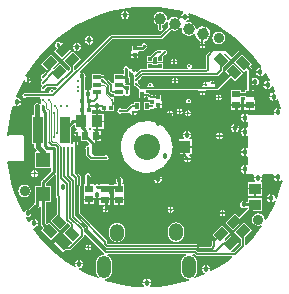
<source format=gbl>
G04 Layer_Physical_Order=4*
G04 Layer_Color=16711680*
%FSLAX25Y25*%
%MOIN*%
G70*
G01*
G75*
%ADD12R,0.01260X0.01260*%
%ADD13R,0.01260X0.01260*%
%ADD14R,0.02520X0.02362*%
%ADD15R,0.02362X0.02520*%
%ADD16R,0.01181X0.01378*%
%ADD17R,0.01378X0.01181*%
%ADD43C,0.01000*%
%ADD44C,0.00400*%
%ADD46C,0.00500*%
%ADD47C,0.00800*%
%ADD48C,0.00700*%
%ADD49C,0.00600*%
%ADD51C,0.03598*%
%ADD52O,0.04921X0.05906*%
%ADD53O,0.04823X0.07480*%
%ADD54C,0.01000*%
%ADD55C,0.01300*%
%ADD56C,0.01800*%
%ADD57C,0.02800*%
%ADD58C,0.02600*%
%ADD59R,0.03543X0.03937*%
G04:AMPARAMS|DCode=60|XSize=39.37mil|YSize=31.5mil|CornerRadius=0mil|HoleSize=0mil|Usage=FLASHONLY|Rotation=315.000|XOffset=0mil|YOffset=0mil|HoleType=Round|Shape=Rectangle|*
%AMROTATEDRECTD60*
4,1,4,-0.02506,0.00278,-0.00278,0.02506,0.02506,-0.00278,0.00278,-0.02506,-0.02506,0.00278,0.0*
%
%ADD60ROTATEDRECTD60*%

G04:AMPARAMS|DCode=61|XSize=39.37mil|YSize=31.5mil|CornerRadius=0mil|HoleSize=0mil|Usage=FLASHONLY|Rotation=45.000|XOffset=0mil|YOffset=0mil|HoleType=Round|Shape=Rectangle|*
%AMROTATEDRECTD61*
4,1,4,-0.00278,-0.02506,-0.02506,-0.00278,0.00278,0.02506,0.02506,0.00278,-0.00278,-0.02506,0.0*
%
%ADD61ROTATEDRECTD61*%

%ADD62R,0.03937X0.03543*%
%ADD63R,0.04000X0.04000*%
%ADD64C,0.08700*%
%ADD65R,0.03347X0.09055*%
%ADD66R,0.02598X0.01575*%
%ADD67R,0.04724X0.04921*%
%ADD68R,0.01575X0.01969*%
%ADD69R,0.01417X0.01969*%
%ADD70C,0.03937*%
%ADD71C,0.01500*%
G36*
X4074Y46564D02*
X8117Y46032D01*
X12098Y45149D01*
X12159Y45130D01*
X12154Y44677D01*
X12142Y44611D01*
X11691Y44309D01*
X11381Y43846D01*
X11322Y43550D01*
X14078D01*
X14019Y43846D01*
X13872Y44065D01*
X14191Y44489D01*
X15987Y43923D01*
X19754Y42362D01*
X23371Y40479D01*
X26810Y38289D01*
X30045Y35806D01*
X33051Y33051D01*
X35806Y30045D01*
X38289Y26810D01*
X38325Y26753D01*
X38150Y26497D01*
Y24900D01*
Y23522D01*
X38446Y23581D01*
X38909Y23891D01*
X39219Y24354D01*
X39229Y24404D01*
X39758Y24503D01*
X40479Y23371D01*
X40999Y22372D01*
X40652Y21958D01*
X40550Y21978D01*
Y20600D01*
Y19222D01*
X40846Y19281D01*
X41309Y19591D01*
X41619Y20054D01*
X41625Y20087D01*
X42150Y20162D01*
X42362Y19754D01*
X42827Y18632D01*
X42550Y18295D01*
Y16800D01*
Y15422D01*
X42846Y15481D01*
X43309Y15791D01*
X43404Y15933D01*
X43658Y15959D01*
X43961Y15866D01*
X44835Y13093D01*
X44411Y12776D01*
X44346Y12819D01*
X44050Y12878D01*
Y11500D01*
X43800D01*
Y11250D01*
X42422D01*
X42472Y11000D01*
X42452Y10870D01*
X42254Y10500D01*
X34016Y10500D01*
X33809Y10809D01*
X33346Y11119D01*
X33050Y11178D01*
Y9800D01*
Y8422D01*
X33289Y8470D01*
X33450Y8428D01*
X33789Y8247D01*
Y6653D01*
X33450Y6472D01*
X33289Y6430D01*
X33050Y6478D01*
Y5100D01*
Y3722D01*
X33289Y3770D01*
X33450Y3728D01*
X33789Y3547D01*
Y-147D01*
X33450Y-328D01*
X33289Y-370D01*
X33050Y-322D01*
Y-1700D01*
Y-3078D01*
X33289Y-3030D01*
X33450Y-3072D01*
X33789Y-3253D01*
Y-5947D01*
X33450Y-6128D01*
X33289Y-6170D01*
X33050Y-6122D01*
Y-7500D01*
Y-8878D01*
X33289Y-8830D01*
X33450Y-8872D01*
X33789Y-9053D01*
Y-9185D01*
X35493D01*
X35774Y-9643D01*
X35775Y-9685D01*
X35722Y-9950D01*
X38478D01*
X38425Y-9685D01*
X38425Y-9643D01*
X38707Y-9185D01*
X42172Y-9185D01*
X42455Y-9685D01*
X42422Y-9850D01*
X43800D01*
Y-10100D01*
X44050D01*
Y-11478D01*
X44346Y-11419D01*
X44809Y-11109D01*
X44879Y-11005D01*
X45347Y-11205D01*
X45149Y-12098D01*
X43923Y-15987D01*
X43376Y-17306D01*
X42896Y-17160D01*
X42927Y-17000D01*
X42819Y-16454D01*
X42509Y-15991D01*
X42046Y-15681D01*
X41750Y-15622D01*
Y-17000D01*
Y-18378D01*
X42046Y-18319D01*
X42509Y-18009D01*
X42600Y-17874D01*
X43043Y-18111D01*
X42362Y-19754D01*
X40479Y-23371D01*
X39804Y-24431D01*
X39332Y-24241D01*
X39340Y-24200D01*
X39177Y-23381D01*
X38713Y-22686D01*
X38019Y-22223D01*
X37200Y-22060D01*
X36381Y-22223D01*
X35686Y-22686D01*
X35223Y-23381D01*
X35060Y-24200D01*
X35223Y-25019D01*
X35686Y-25714D01*
X36381Y-26177D01*
X37200Y-26340D01*
X38019Y-26177D01*
X38158Y-26085D01*
X38523Y-26442D01*
X38289Y-26810D01*
X35806Y-30045D01*
X33312Y-32767D01*
X32812Y-32573D01*
Y-29988D01*
X35092Y-27708D01*
X32441Y-25057D01*
X29233Y-28265D01*
X31513Y-30545D01*
Y-32669D01*
X29131Y-35051D01*
X28403D01*
X28212Y-34589D01*
X30916Y-31884D01*
X28265Y-29232D01*
X26286Y-31211D01*
X26191Y-31192D01*
X26026Y-30650D01*
X27854Y-28822D01*
X25203Y-26170D01*
X21994Y-29379D01*
X22861Y-30245D01*
X22141Y-30965D01*
X21951Y-31424D01*
Y-32731D01*
X21431Y-33251D01*
X17869D01*
X17159Y-32541D01*
X16700Y-32351D01*
X-9744D01*
X-9776Y-31851D01*
X-9122Y-31764D01*
X-8450Y-31486D01*
X-7874Y-31044D01*
X-7431Y-30467D01*
X-7153Y-29796D01*
X-7058Y-29075D01*
Y-28091D01*
X-7153Y-27370D01*
X-7431Y-26698D01*
X-7874Y-26122D01*
X-8450Y-25679D01*
X-9122Y-25401D01*
X-9843Y-25306D01*
X-10563Y-25401D01*
X-11235Y-25679D01*
X-11811Y-26122D01*
X-12254Y-26698D01*
X-12532Y-27370D01*
X-12627Y-28091D01*
Y-29075D01*
X-12532Y-29796D01*
X-12254Y-30467D01*
X-11811Y-31044D01*
X-11235Y-31486D01*
X-10563Y-31764D01*
X-9909Y-31851D01*
X-9941Y-32351D01*
X-12885D01*
X-13078Y-32158D01*
Y-31554D01*
X-13268Y-31095D01*
X-22151Y-22213D01*
Y-13067D01*
X-22026Y-12767D01*
Y-9879D01*
X-22217Y-9420D01*
X-23051Y-8585D01*
Y732D01*
X-22946Y888D01*
X-22884Y1200D01*
X-22946Y1512D01*
X-23123Y1777D01*
X-23388Y1954D01*
X-23700Y2016D01*
X-24012Y1954D01*
X-24277Y1777D01*
X-24454Y1512D01*
X-24516Y1200D01*
X-24515Y1195D01*
X-24911Y806D01*
X-24912Y806D01*
X-25197Y913D01*
X-25299Y1066D01*
Y6620D01*
X-24329Y7590D01*
X-23829Y7456D01*
Y6231D01*
X-23396D01*
X-23347Y5731D01*
X-23590Y5683D01*
X-23970Y5429D01*
X-24224Y5049D01*
X-24264Y4850D01*
X-23141D01*
Y4600D01*
X-22891D01*
Y3477D01*
X-22692Y3517D01*
X-22392Y3717D01*
X-22089Y3627D01*
X-21892Y3499D01*
Y2040D01*
X-20005D01*
X-19129Y1165D01*
X-19154Y895D01*
X-19600Y516D01*
X-19912Y454D01*
X-20177Y277D01*
X-20354Y12D01*
X-20416Y-300D01*
X-20354Y-612D01*
X-20195Y-849D01*
Y-2600D01*
X-20021Y-3021D01*
X-19021Y-4021D01*
X-18600Y-4195D01*
X-14049D01*
X-13812Y-4354D01*
X-13500Y-4416D01*
X-13188Y-4354D01*
X-12923Y-4177D01*
X-12746Y-3912D01*
X-12684Y-3600D01*
X-12746Y-3288D01*
X-12923Y-3023D01*
X-13188Y-2846D01*
X-13500Y-2784D01*
X-13812Y-2846D01*
X-14049Y-3005D01*
X-17376D01*
X-17528Y-2505D01*
X-17448Y-2452D01*
X-17272Y-2187D01*
X-17210Y-1875D01*
Y1214D01*
X-17210Y1214D01*
X-17235Y1340D01*
X-17039Y1657D01*
Y3600D01*
Y5360D01*
X-17437D01*
X-17729Y5860D01*
X-17632Y6032D01*
X-16692D01*
Y8500D01*
Y10968D01*
X-17793D01*
X-18168Y11270D01*
X-18168Y11468D01*
Y12277D01*
X-17872Y12415D01*
X-17668Y12463D01*
X-17246Y12181D01*
X-16950Y12122D01*
Y13500D01*
X-16450D01*
Y12122D01*
X-16154Y12181D01*
X-15691Y12491D01*
X-15672Y12519D01*
X-15172Y12367D01*
Y11911D01*
X-14331D01*
Y13100D01*
X-13831D01*
Y11911D01*
X-13027D01*
X-12991Y11911D01*
X-12573Y12111D01*
X-12490Y12111D01*
X-10828D01*
Y14089D01*
X-11159D01*
Y15019D01*
X-11015Y15115D01*
X-10805Y15429D01*
X-10731Y15800D01*
X-10805Y16171D01*
X-11015Y16485D01*
X-11329Y16695D01*
X-11700Y16769D01*
X-11869Y16735D01*
X-13159Y18024D01*
Y20100D01*
X-13159Y20100D01*
X-13317Y20483D01*
X-13317Y20483D01*
X-13917Y21083D01*
X-14300Y21241D01*
X-14300Y21241D01*
X-14689D01*
X-14968Y21521D01*
X-15043Y21741D01*
Y22172D01*
X-15043Y22287D01*
Y22511D01*
X-14543Y22601D01*
X-12395Y20453D01*
Y18600D01*
X-12221Y18179D01*
X-11762Y17720D01*
X-11341Y17546D01*
X-10958D01*
Y17053D01*
X-7759D01*
Y17216D01*
X-7668Y17287D01*
X-7085Y17315D01*
X-6771Y17105D01*
X-6400Y17031D01*
X-6029Y17105D01*
X-5715Y17315D01*
X-5505Y17629D01*
X-5431Y18000D01*
X-5497Y18328D01*
X-5493Y18362D01*
X-5411Y18828D01*
X-5411D01*
Y20609D01*
X-6989D01*
X-7037Y20691D01*
X-6752Y21191D01*
X-5411D01*
Y22972D01*
X-5599D01*
X-5646Y23212D01*
X-5823Y23477D01*
X-5943Y23597D01*
Y25149D01*
X-5443Y25198D01*
X-5442Y25191D01*
X-5221Y24860D01*
X-4890Y24639D01*
X-4548Y24571D01*
X-4382Y24345D01*
X-4254Y24112D01*
X-4316Y23800D01*
X-4254Y23488D01*
X-4241Y23469D01*
X-4118Y23100D01*
X-4241Y22731D01*
X-4254Y22712D01*
X-4316Y22400D01*
X-4254Y22088D01*
X-4077Y21823D01*
Y21577D01*
X-4254Y21312D01*
X-4316Y21000D01*
X-4254Y20688D01*
X-4077Y20423D01*
X-3812Y20246D01*
X-3533Y20191D01*
X-2592Y19251D01*
X-2587Y18753D01*
X-2587Y18607D01*
Y16184D01*
X-413D01*
Y16794D01*
X87Y16833D01*
X409Y16481D01*
X483Y16110D01*
X693Y15796D01*
X1007Y15586D01*
X1378Y15513D01*
X1749Y15586D01*
X1963Y15729D01*
X2443Y15678D01*
X2546Y15646D01*
X2696Y15386D01*
X2611Y15210D01*
X2611Y15173D01*
Y14588D01*
X2459Y14461D01*
X2111Y14274D01*
X1900Y14316D01*
X1588Y14254D01*
X1584Y14251D01*
X1084Y14487D01*
Y14816D01*
X-934D01*
Y12247D01*
X1084D01*
Y12482D01*
X1584Y12749D01*
X1588Y12746D01*
X1900Y12684D01*
X2212Y12746D01*
X2477Y12923D01*
X2489Y12942D01*
X2611Y13028D01*
X3550D01*
Y14119D01*
X3800D01*
Y14369D01*
X4989D01*
Y15173D01*
X4989Y15210D01*
X4789Y15627D01*
X4789Y15710D01*
Y17372D01*
X2811D01*
Y17076D01*
X2123D01*
X2063Y17166D01*
X1749Y17376D01*
X1378Y17450D01*
X1306Y17436D01*
X852Y17889D01*
X432Y18064D01*
X-59D01*
X-277Y18282D01*
X-197Y18828D01*
X25Y18905D01*
X17246D01*
X17498Y18550D01*
X19702D01*
X19954Y18905D01*
X23500D01*
X23921Y19079D01*
X28108Y23266D01*
X29379Y21994D01*
X32030Y24646D01*
X28822Y27854D01*
X26170Y25203D01*
X27266Y24107D01*
X23260Y20102D01*
X22777Y20151D01*
X22651Y20497D01*
X22632Y20595D01*
X22842Y20910D01*
X22870Y21050D01*
X21900D01*
Y21300D01*
X21650D01*
Y22270D01*
X21510Y22242D01*
X21179Y22021D01*
X20958Y21690D01*
X20947Y21634D01*
X20421Y21521D01*
X20090Y21742D01*
X19950Y21770D01*
Y20800D01*
X19700D01*
Y20550D01*
X18693D01*
X18413Y20095D01*
X2472D01*
X2091Y20576D01*
X2029Y20888D01*
X1852Y21152D01*
X1588Y21329D01*
X1276Y21391D01*
X963Y21329D01*
X699Y21152D01*
X522Y20888D01*
X460Y20576D01*
X79Y20095D01*
X-1753D01*
X-2691Y21033D01*
X-2746Y21312D01*
X-2923Y21577D01*
Y21823D01*
X-2746Y22088D01*
X-2703Y22305D01*
X-2644Y22329D01*
X-2029Y22944D01*
X-1969Y23089D01*
X-1429Y23629D01*
X23424D01*
X23845Y23803D01*
X25345Y25303D01*
X25520Y25724D01*
Y26487D01*
X27854Y28822D01*
X25934Y30742D01*
X26098Y31284D01*
X26194Y31304D01*
X28265Y29233D01*
X30916Y31884D01*
X27708Y35092D01*
X25374Y32758D01*
X22162D01*
X21741Y32583D01*
X19979Y30821D01*
X19805Y30400D01*
Y26047D01*
X19653Y25895D01*
X15138D01*
X15031Y26046D01*
X14917Y26395D01*
X15028Y26563D01*
X15090Y26875D01*
X15028Y27187D01*
X14852Y27452D01*
X14587Y27628D01*
X14275Y27691D01*
X13963Y27628D01*
X13698Y27452D01*
X13521Y27187D01*
X13459Y26875D01*
X13521Y26563D01*
X13633Y26395D01*
X13519Y26046D01*
X13411Y25895D01*
X5834D01*
X5389Y26028D01*
X5389Y26395D01*
Y27809D01*
X3411D01*
Y27753D01*
X2089D01*
Y27828D01*
X111D01*
X111Y26047D01*
X-326Y25895D01*
X-2000D01*
X-2421Y25721D01*
X-3106Y25036D01*
X-3533Y25316D01*
X-3530Y25331D01*
X-4500D01*
Y25581D01*
X-4750D01*
Y26551D01*
X-4890Y26523D01*
X-5221Y26302D01*
X-5359Y26095D01*
X-5377Y26095D01*
X-5859Y26241D01*
X-5905Y26471D01*
X-6115Y26785D01*
X-6429Y26995D01*
X-6800Y27069D01*
X-7171Y26995D01*
X-7485Y26785D01*
X-7695Y26471D01*
X-7769Y26100D01*
X-7695Y25729D01*
X-7575Y25550D01*
Y24770D01*
X-7759Y24346D01*
X-10958D01*
Y22287D01*
X-10958Y22172D01*
Y21787D01*
X-10958Y21672D01*
Y21353D01*
X-11087Y21282D01*
X-11457Y21199D01*
X-13938Y23680D01*
X-14359Y23854D01*
X-15043D01*
Y24346D01*
X-18241D01*
Y22287D01*
X-18241Y22172D01*
Y21787D01*
X-18241Y21672D01*
Y19846D01*
X-18441Y19428D01*
X-18441Y19177D01*
X-18941Y18910D01*
X-18954Y18919D01*
X-19250Y18978D01*
Y17600D01*
X-19750D01*
Y18978D01*
X-20046Y18919D01*
X-20189Y18823D01*
X-20689Y19091D01*
Y22597D01*
X-20640Y22630D01*
X-20374Y23027D01*
X-20281Y23495D01*
X-20374Y23964D01*
X-20640Y24360D01*
X-21036Y24626D01*
X-21505Y24719D01*
X-21954Y24629D01*
X-21991Y24653D01*
X-22249Y25042D01*
X-11404Y35886D01*
X4860D01*
X5133Y35941D01*
X5365Y36095D01*
X8292Y39022D01*
X8524Y38882D01*
X9416Y38744D01*
X10293Y38959D01*
X11020Y39492D01*
X11308Y39967D01*
X11787Y39792D01*
X11703Y39244D01*
X11917Y38368D01*
X12451Y37640D01*
X13223Y37172D01*
X14114Y37034D01*
X14991Y37249D01*
X15719Y37782D01*
X15735Y37810D01*
X16215Y37635D01*
X16197Y37525D01*
X16431Y36571D01*
X17012Y35779D01*
X17851Y35270D01*
X17932Y35257D01*
X18048Y34734D01*
X17879Y34621D01*
X17658Y34290D01*
X17630Y34150D01*
X19570D01*
X19542Y34290D01*
X19321Y34621D01*
X19204Y34699D01*
X19299Y35237D01*
X19776Y35354D01*
X20568Y35934D01*
X20945Y36556D01*
X18627Y37400D01*
X18712Y37635D01*
X18477Y37720D01*
X19321Y40039D01*
X18602Y40149D01*
X17648Y39916D01*
X16856Y39335D01*
X16798Y39240D01*
X16319Y39414D01*
X16324Y39446D01*
X16110Y40322D01*
X15576Y41050D01*
X14805Y41518D01*
X13913Y41656D01*
X13404Y41531D01*
X13246Y41981D01*
X13709Y42291D01*
X14019Y42754D01*
X14078Y43050D01*
X11322D01*
X11336Y42981D01*
X10912Y42777D01*
X10869Y42766D01*
X10106Y43229D01*
X9214Y43366D01*
X8338Y43151D01*
X7610Y42618D01*
X7322Y42143D01*
X6843Y42318D01*
X6927Y42866D01*
X6713Y43743D01*
X6179Y44470D01*
X5408Y44939D01*
X4516Y45076D01*
X3639Y44861D01*
X2911Y44328D01*
X2443Y43556D01*
X2306Y42664D01*
X2520Y41788D01*
X3054Y41060D01*
X3825Y40592D01*
X3951Y40573D01*
Y39868D01*
X3846Y39712D01*
X3784Y39400D01*
X3846Y39088D01*
X4023Y38823D01*
X4288Y38646D01*
X4600Y38584D01*
X4912Y38646D01*
X5177Y38823D01*
X5354Y39088D01*
X5416Y39400D01*
X5354Y39712D01*
X5249Y39868D01*
Y40585D01*
X5594Y40669D01*
X6322Y41203D01*
X6610Y41677D01*
X7089Y41502D01*
X7004Y40954D01*
X7219Y40078D01*
X7265Y40014D01*
X4564Y37314D01*
X-11700D01*
X-11973Y37259D01*
X-12205Y37105D01*
X-23775Y25535D01*
X-24275Y25742D01*
Y27098D01*
X-21994Y29379D01*
X-24646Y32030D01*
X-27854Y28822D01*
X-25574Y26542D01*
Y25864D01*
X-25996Y25458D01*
X-26447Y25479D01*
X-28822Y27854D01*
X-30856Y25820D01*
X-30968Y25823D01*
X-31170Y26328D01*
X-29233Y28265D01*
X-31884Y30916D01*
X-35092Y27708D01*
X-33100Y25716D01*
X-34585Y24230D01*
X-34865Y24175D01*
X-35129Y23998D01*
X-35306Y23733D01*
X-35368Y23421D01*
X-35306Y23109D01*
X-35129Y22844D01*
X-34921Y22705D01*
X-34891Y22437D01*
X-34921Y22169D01*
X-35129Y22029D01*
X-35306Y21765D01*
X-35368Y21453D01*
X-35306Y21141D01*
X-35129Y20876D01*
X-34924Y20739D01*
X-34920Y20731D01*
X-34891Y20469D01*
X-34921Y20200D01*
X-35129Y20061D01*
X-35306Y19796D01*
X-35368Y19484D01*
X-35306Y19172D01*
X-35129Y18907D01*
X-34865Y18731D01*
X-34553Y18669D01*
X-34241Y18731D01*
X-33976Y18907D01*
X-33799Y19172D01*
X-33763Y19356D01*
X-33268Y19851D01*
X-30166D01*
X-29959Y19351D01*
X-30396Y18914D01*
X-30990Y19027D01*
X-31023Y19077D01*
X-31288Y19254D01*
X-31600Y19316D01*
X-31912Y19254D01*
X-32177Y19077D01*
X-32354Y18812D01*
X-32416Y18500D01*
X-32399Y18414D01*
X-32693Y17965D01*
X-32770Y17914D01*
X-40228D01*
X-40288Y17954D01*
X-40600Y18016D01*
X-40912Y17954D01*
X-41177Y17777D01*
X-41354Y17512D01*
X-41416Y17200D01*
X-41354Y16888D01*
X-41177Y16623D01*
X-40912Y16446D01*
X-40600Y16384D01*
X-40288Y16446D01*
X-40228Y16486D01*
X-35443D01*
X-35399Y16435D01*
X-35222Y15986D01*
X-35306Y15859D01*
X-35368Y15547D01*
X-35306Y15235D01*
X-35129Y14970D01*
X-35120Y14964D01*
X-35093Y14394D01*
X-35230Y14290D01*
X-35764Y14336D01*
X-36112Y14568D01*
X-36521Y14649D01*
X-36931Y14568D01*
X-37278Y14336D01*
X-37510Y13988D01*
X-37592Y13579D01*
Y10628D01*
X-38301D01*
Y972D01*
X-37398D01*
Y128D01*
X-37317Y-282D01*
X-37085Y-630D01*
X-36645Y-1069D01*
X-36837Y-1531D01*
X-37162D01*
Y-7052D01*
X-31838D01*
X-31716Y-7501D01*
Y-7862D01*
X-35077Y-11223D01*
X-35254Y-11488D01*
X-35316Y-11800D01*
X-35316Y-11800D01*
Y-12948D01*
X-37162D01*
Y-17260D01*
X-37254Y-17397D01*
X-37316Y-17709D01*
Y-18827D01*
X-37412Y-18846D01*
X-37677Y-19023D01*
X-37677Y-19023D01*
X-39542Y-20888D01*
X-39600Y-20877D01*
X-40068Y-20970D01*
X-40465Y-21235D01*
X-40730Y-21632D01*
X-40756Y-21758D01*
X-41280Y-21833D01*
X-42362Y-19754D01*
X-43923Y-15987D01*
X-45149Y-12098D01*
X-46032Y-8117D01*
X-46455Y-4900D01*
X-45987Y-4628D01*
X-45906Y-4662D01*
X-41181D01*
X-40951Y-4567D01*
X-40856Y-4337D01*
Y3537D01*
X-40951Y3767D01*
X-41181Y3862D01*
X-45906D01*
X-46076Y3791D01*
X-46568Y3987D01*
X-46564Y4074D01*
X-46032Y8117D01*
X-45149Y12098D01*
X-44652Y13673D01*
X-44077Y13835D01*
X-43846Y13681D01*
X-43550Y13622D01*
Y15000D01*
X-43300D01*
Y15250D01*
X-41922D01*
X-41981Y15546D01*
X-42291Y16009D01*
X-42754Y16319D01*
X-43207Y16409D01*
X-43567Y16845D01*
X-42362Y19754D01*
X-41003Y22365D01*
X-40699Y22324D01*
X-40507Y22236D01*
X-40442Y21910D01*
X-40221Y21579D01*
X-39890Y21358D01*
X-39750Y21330D01*
Y22300D01*
Y23270D01*
X-39890Y23242D01*
X-40027Y23151D01*
X-40392Y23508D01*
X-38289Y26810D01*
X-35806Y30045D01*
X-33051Y33051D01*
X-30045Y35806D01*
X-26810Y38289D01*
X-23371Y40479D01*
X-19754Y42362D01*
X-15987Y43923D01*
X-12098Y45149D01*
X-8117Y46032D01*
X-4074Y46564D01*
X0Y46742D01*
X4074Y46564D01*
D02*
G37*
G36*
X-30349Y-9456D02*
Y-16100D01*
X-30159Y-16559D01*
X-29750Y-16969D01*
Y-22366D01*
X-32030Y-24646D01*
X-28822Y-27854D01*
X-26293Y-25325D01*
X-25574Y-26045D01*
Y-26541D01*
X-27854Y-28822D01*
X-24797Y-31879D01*
X-25208Y-32289D01*
X-28265Y-29233D01*
X-30916Y-31884D01*
X-27708Y-35092D01*
X-26814Y-34198D01*
X-26449Y-34349D01*
X-25700D01*
X-25241Y-34159D01*
X-21141Y-30059D01*
X-20951Y-29600D01*
Y-29321D01*
X-20489Y-29130D01*
X-14163Y-35456D01*
X-14164Y-35521D01*
X-14175Y-35590D01*
X-14304Y-35954D01*
X-14881Y-36030D01*
X-15541Y-36303D01*
X-16107Y-36737D01*
X-16542Y-37304D01*
X-16815Y-37963D01*
X-16908Y-38671D01*
Y-41329D01*
X-16815Y-42037D01*
X-16542Y-42696D01*
X-16107Y-43262D01*
X-15911Y-43413D01*
X-16163Y-43850D01*
X-19754Y-42362D01*
X-22797Y-40778D01*
X-22630Y-40302D01*
X-22500Y-40327D01*
X-21954Y-40219D01*
X-21491Y-39909D01*
X-21181Y-39446D01*
X-21122Y-39150D01*
X-23878D01*
X-23819Y-39446D01*
X-23638Y-39716D01*
X-23996Y-40082D01*
X-26810Y-38289D01*
X-30045Y-35806D01*
X-33051Y-33051D01*
X-35806Y-30045D01*
X-37845Y-27389D01*
X-37600Y-26927D01*
X-37054Y-26819D01*
X-36591Y-26509D01*
X-36281Y-26046D01*
X-36222Y-25750D01*
X-37600D01*
Y-25500D01*
X-37850D01*
Y-24122D01*
X-38146Y-24181D01*
X-38609Y-24491D01*
X-38898Y-24923D01*
X-39087Y-24970D01*
X-39439Y-25005D01*
X-40298Y-23656D01*
X-40219Y-23509D01*
X-39963Y-23251D01*
X-39600Y-23324D01*
X-39132Y-23230D01*
X-38735Y-22965D01*
X-38470Y-22568D01*
X-38377Y-22100D01*
X-38388Y-22042D01*
X-36762Y-20416D01*
X-36500D01*
X-36188Y-20354D01*
X-35923Y-20177D01*
X-35816Y-20016D01*
X-35316Y-20115D01*
Y-25649D01*
X-35316Y-25649D01*
X-35254Y-25961D01*
X-35077Y-26226D01*
X-34343Y-26959D01*
X-35092Y-27708D01*
X-31884Y-30916D01*
X-29233Y-28265D01*
X-32441Y-25057D01*
X-33190Y-25806D01*
X-33684Y-25311D01*
Y-18469D01*
X-31838D01*
Y-12948D01*
X-33684D01*
Y-12138D01*
X-30811Y-9265D01*
X-30349Y-9456D01*
D02*
G37*
G36*
X16395Y-36159D02*
X16854Y-36349D01*
X28559D01*
X28720Y-36823D01*
X26810Y-38289D01*
X23371Y-40479D01*
X21523Y-41442D01*
X21279Y-41263D01*
X21132Y-41082D01*
X21178Y-40850D01*
X18422D01*
X18481Y-41146D01*
X18791Y-41609D01*
X19254Y-41919D01*
X19433Y-41954D01*
X19484Y-42474D01*
X16158Y-43852D01*
X15905Y-43415D01*
X16107Y-43261D01*
X16542Y-42694D01*
X16815Y-42035D01*
X16908Y-41327D01*
Y-38669D01*
X16815Y-37962D01*
X16542Y-37302D01*
X16107Y-36735D01*
X15541Y-36301D01*
X15230Y-36172D01*
X15329Y-35672D01*
X15908D01*
X16395Y-36159D01*
D02*
G37*
G36*
X13116Y-36172D02*
X12806Y-36301D01*
X12239Y-36735D01*
X11805Y-37302D01*
X11532Y-37962D01*
X11438Y-38669D01*
Y-41327D01*
X11532Y-42035D01*
X11805Y-42694D01*
X12239Y-43261D01*
X12806Y-43695D01*
X13465Y-43968D01*
X13969Y-44035D01*
X14014Y-44545D01*
X12098Y-45149D01*
X8117Y-46032D01*
X4074Y-46564D01*
X1190Y-46690D01*
X1033Y-46271D01*
X1018Y-46197D01*
X1319Y-45746D01*
X1378Y-45450D01*
X-1378D01*
X-1319Y-45746D01*
X-1018Y-46197D01*
X-1033Y-46271D01*
X-1190Y-46690D01*
X-4074Y-46564D01*
X-8117Y-46032D01*
X-12098Y-45149D01*
X-14009Y-44546D01*
X-13965Y-44036D01*
X-13465Y-43970D01*
X-12806Y-43697D01*
X-12239Y-43262D01*
X-11805Y-42696D01*
X-11532Y-42037D01*
X-11438Y-41329D01*
Y-38671D01*
X-11532Y-37963D01*
X-11805Y-37304D01*
X-12239Y-36737D01*
X-12806Y-36303D01*
X-13121Y-36172D01*
X-13022Y-35672D01*
X13017D01*
X13116Y-36172D01*
D02*
G37*
%LPC*%
G36*
X-6950Y45478D02*
Y44350D01*
X-5822D01*
X-5881Y44646D01*
X-6191Y45109D01*
X-6654Y45419D01*
X-6950Y45478D01*
D02*
G37*
G36*
X-7450D02*
X-7746Y45419D01*
X-8209Y45109D01*
X-8519Y44646D01*
X-8578Y44350D01*
X-7450D01*
Y45478D01*
D02*
G37*
G36*
X-5822Y43850D02*
X-6950D01*
Y42722D01*
X-6654Y42781D01*
X-6191Y43091D01*
X-5881Y43554D01*
X-5822Y43850D01*
D02*
G37*
G36*
X-7450D02*
X-8578D01*
X-8519Y43554D01*
X-8209Y43091D01*
X-7746Y42781D01*
X-7450Y42722D01*
Y43850D01*
D02*
G37*
G36*
X19791Y39868D02*
X19032Y37784D01*
X21116Y37026D01*
X21226Y37745D01*
X20993Y38699D01*
X20412Y39491D01*
X19791Y39868D01*
D02*
G37*
G36*
X-18850Y36878D02*
Y35750D01*
X-17722D01*
X-17781Y36046D01*
X-18091Y36509D01*
X-18554Y36819D01*
X-18850Y36878D01*
D02*
G37*
G36*
X-19350D02*
X-19646Y36819D01*
X-20109Y36509D01*
X-20419Y36046D01*
X-20478Y35750D01*
X-19350D01*
Y36878D01*
D02*
G37*
G36*
X-27708Y35092D02*
X-28320Y34480D01*
X-28703Y34540D01*
X-28886Y34621D01*
X-29023Y34827D01*
X-29288Y35004D01*
X-29600Y35066D01*
X-29912Y35004D01*
X-30177Y34827D01*
X-30354Y34562D01*
X-30416Y34250D01*
Y33776D01*
X-30416Y33776D01*
X-30354Y33464D01*
X-30177Y33199D01*
X-29889Y32911D01*
X-30916Y31884D01*
X-28265Y29233D01*
X-25057Y32441D01*
X-27708Y35092D01*
D02*
G37*
G36*
X24100Y38440D02*
X23281Y38277D01*
X22587Y37813D01*
X22123Y37119D01*
X21960Y36300D01*
X22123Y35481D01*
X22587Y34786D01*
X23281Y34323D01*
X24100Y34160D01*
X24919Y34323D01*
X25613Y34786D01*
X26077Y35481D01*
X26240Y36300D01*
X26077Y37119D01*
X25613Y37813D01*
X24919Y38277D01*
X24100Y38440D01*
D02*
G37*
G36*
X-17722Y35250D02*
X-18850D01*
Y34122D01*
X-18554Y34181D01*
X-18091Y34491D01*
X-17781Y34954D01*
X-17722Y35250D01*
D02*
G37*
G36*
X-19350D02*
X-20478D01*
X-20419Y34954D01*
X-20109Y34491D01*
X-19646Y34181D01*
X-19350Y34122D01*
Y35250D01*
D02*
G37*
G36*
X-23050Y34778D02*
Y33650D01*
X-21922D01*
X-21981Y33946D01*
X-22291Y34409D01*
X-22754Y34719D01*
X-23050Y34778D01*
D02*
G37*
G36*
X-23550D02*
X-23846Y34719D01*
X-24309Y34409D01*
X-24619Y33946D01*
X-24678Y33650D01*
X-23550D01*
Y34778D01*
D02*
G37*
G36*
X-741Y34669D02*
X-1112Y34595D01*
X-1426Y34385D01*
X-1636Y34071D01*
X-1674Y33880D01*
X-1911Y33642D01*
X-3069D01*
Y33757D01*
X-4929D01*
Y32169D01*
X-5129Y31752D01*
X-5129Y31480D01*
Y30872D01*
X-3999D01*
X-2869D01*
Y31752D01*
X-2477Y32011D01*
X-1573D01*
X-1573Y32011D01*
X-1261Y32073D01*
X-996Y32250D01*
X-459Y32787D01*
X-370Y32805D01*
X-56Y33015D01*
X154Y33329D01*
X228Y33700D01*
X154Y34071D01*
X-56Y34385D01*
X-370Y34595D01*
X-741Y34669D01*
D02*
G37*
G36*
X19570Y33650D02*
X18850D01*
Y32930D01*
X18990Y32958D01*
X19321Y33179D01*
X19542Y33510D01*
X19570Y33650D01*
D02*
G37*
G36*
X18350D02*
X17630D01*
X17658Y33510D01*
X17879Y33179D01*
X18210Y32958D01*
X18350Y32930D01*
Y33650D01*
D02*
G37*
G36*
X6000Y32415D02*
X5688Y32353D01*
X5423Y32176D01*
X5002D01*
X4737Y32353D01*
X4425Y32415D01*
X4113Y32353D01*
X3876Y32195D01*
X3399D01*
X2978Y32020D01*
X1149Y30191D01*
X111D01*
Y28409D01*
X2089D01*
Y29447D01*
X2883Y30241D01*
X2988Y30247D01*
X3411Y29887D01*
X3411Y28391D01*
X5389D01*
Y30146D01*
X6033Y30790D01*
X6312Y30846D01*
X6577Y31022D01*
X6754Y31287D01*
X6816Y31599D01*
X6754Y31911D01*
X6577Y32176D01*
X6312Y32353D01*
X6000Y32415D01*
D02*
G37*
G36*
X-21922Y33150D02*
X-23050D01*
Y32022D01*
X-22754Y32081D01*
X-22291Y32391D01*
X-21981Y32854D01*
X-21922Y33150D01*
D02*
G37*
G36*
X-23550D02*
X-24678D01*
X-24619Y32854D01*
X-24309Y32391D01*
X-23846Y32081D01*
X-23550Y32022D01*
Y33150D01*
D02*
G37*
G36*
X-2869Y30372D02*
X-3749D01*
Y29492D01*
X-2869D01*
Y30372D01*
D02*
G37*
G36*
X-4249D02*
X-5129D01*
Y29492D01*
X-4249D01*
Y30372D01*
D02*
G37*
G36*
X9400Y29419D02*
Y28700D01*
X10119D01*
X10092Y28840D01*
X9871Y29171D01*
X9540Y29392D01*
X9400Y29419D01*
D02*
G37*
G36*
X8900D02*
X8759Y29392D01*
X8429Y29171D01*
X8208Y28840D01*
X8180Y28700D01*
X8900D01*
Y29419D01*
D02*
G37*
G36*
X10119Y28200D02*
X9400D01*
Y27480D01*
X9540Y27508D01*
X9871Y27729D01*
X10092Y28059D01*
X10119Y28200D01*
D02*
G37*
G36*
X8900D02*
X8180D01*
X8208Y28059D01*
X8429Y27729D01*
X8759Y27508D01*
X8900Y27480D01*
Y28200D01*
D02*
G37*
G36*
X-4250Y26551D02*
Y25831D01*
X-3530D01*
X-3558Y25971D01*
X-3779Y26302D01*
X-4110Y26523D01*
X-4250Y26551D01*
D02*
G37*
G36*
X37650Y26278D02*
X37354Y26219D01*
X36891Y25909D01*
X36581Y25446D01*
X36522Y25150D01*
X37650D01*
Y26278D01*
D02*
G37*
G36*
Y24650D02*
X36522D01*
X36581Y24354D01*
X36891Y23891D01*
X37354Y23581D01*
X37650Y23522D01*
Y24650D01*
D02*
G37*
G36*
X-39250Y23270D02*
Y22550D01*
X-38530D01*
X-38558Y22690D01*
X-38779Y23021D01*
X-39110Y23242D01*
X-39250Y23270D01*
D02*
G37*
G36*
X9650Y23070D02*
Y22350D01*
X10370D01*
X10342Y22490D01*
X10121Y22821D01*
X9790Y23042D01*
X9650Y23070D01*
D02*
G37*
G36*
X9150D02*
X9010Y23042D01*
X8679Y22821D01*
X8458Y22490D01*
X8430Y22350D01*
X9150D01*
Y23070D01*
D02*
G37*
G36*
X22150Y22270D02*
Y21550D01*
X22870D01*
X22842Y21690D01*
X22621Y22021D01*
X22290Y22242D01*
X22150Y22270D01*
D02*
G37*
G36*
X-38530Y22050D02*
X-39250D01*
Y21330D01*
X-39110Y21358D01*
X-38779Y21579D01*
X-38558Y21910D01*
X-38530Y22050D01*
D02*
G37*
G36*
X10370Y21850D02*
X9650D01*
Y21130D01*
X9790Y21158D01*
X10121Y21379D01*
X10342Y21710D01*
X10370Y21850D01*
D02*
G37*
G36*
X9150D02*
X8430D01*
X8458Y21710D01*
X8679Y21379D01*
X9010Y21158D01*
X9150Y21130D01*
Y21850D01*
D02*
G37*
G36*
X19450Y21770D02*
X19310Y21742D01*
X18979Y21521D01*
X18758Y21190D01*
X18730Y21050D01*
X19450D01*
Y21770D01*
D02*
G37*
G36*
X40050Y21978D02*
X39754Y21919D01*
X39291Y21609D01*
X38981Y21146D01*
X38922Y20850D01*
X40050D01*
Y21978D01*
D02*
G37*
G36*
X31884Y30916D02*
X29233Y28265D01*
X32441Y25057D01*
X33047Y25663D01*
X33484Y25393D01*
Y21700D01*
X33484Y21700D01*
X33484Y21700D01*
Y18992D01*
X32740D01*
Y18327D01*
X31360D01*
Y18992D01*
X28240D01*
Y16070D01*
X28240Y16030D01*
X28143Y15570D01*
X28040D01*
Y14139D01*
X29800D01*
X31560D01*
Y15570D01*
X31457D01*
X31360Y16030D01*
X31360Y16070D01*
Y16695D01*
X32740D01*
Y16070D01*
X32740Y16030D01*
X32643Y15570D01*
X32540D01*
Y14139D01*
X34300D01*
X36060D01*
Y15570D01*
X35957D01*
X35860Y16030D01*
X35860Y16070D01*
Y18992D01*
X35116D01*
Y20480D01*
X35616Y20747D01*
X35732Y20670D01*
X36200Y20576D01*
X36668Y20670D01*
X37065Y20935D01*
X37330Y21332D01*
X37424Y21800D01*
X37330Y22268D01*
X37065Y22665D01*
X36668Y22930D01*
X36200Y23023D01*
X35732Y22930D01*
X35616Y22853D01*
X35116Y23120D01*
Y25849D01*
X35053Y26161D01*
X34877Y26426D01*
X34877Y26426D01*
X34343Y26959D01*
X35092Y27708D01*
X31884Y30916D01*
D02*
G37*
G36*
X40050Y20350D02*
X38922D01*
X38981Y20054D01*
X39291Y19591D01*
X39754Y19281D01*
X40050Y19222D01*
Y20350D01*
D02*
G37*
G36*
X19570Y18050D02*
X18850D01*
Y17330D01*
X18990Y17358D01*
X19321Y17579D01*
X19542Y17910D01*
X19570Y18050D01*
D02*
G37*
G36*
X18350D02*
X17630D01*
X17658Y17910D01*
X17879Y17579D01*
X18210Y17358D01*
X18350Y17330D01*
Y18050D01*
D02*
G37*
G36*
X42050Y18178D02*
X41754Y18119D01*
X41291Y17809D01*
X40981Y17346D01*
X40922Y17050D01*
X42050D01*
Y18178D01*
D02*
G37*
G36*
X24250Y17470D02*
Y16750D01*
X24970D01*
X24942Y16890D01*
X24721Y17221D01*
X24390Y17442D01*
X24250Y17470D01*
D02*
G37*
G36*
X23750D02*
X23610Y17442D01*
X23279Y17221D01*
X23058Y16890D01*
X23030Y16750D01*
X23750D01*
Y17470D01*
D02*
G37*
G36*
X24970Y16250D02*
X24250D01*
Y15530D01*
X24390Y15558D01*
X24721Y15779D01*
X24942Y16110D01*
X24970Y16250D01*
D02*
G37*
G36*
X23750D02*
X23030D01*
X23058Y16110D01*
X23279Y15779D01*
X23610Y15558D01*
X23750Y15530D01*
Y16250D01*
D02*
G37*
G36*
X42050Y16550D02*
X40922D01*
X40981Y16254D01*
X41291Y15791D01*
X41754Y15481D01*
X42050Y15422D01*
Y16550D01*
D02*
G37*
G36*
X14050Y16166D02*
X13738Y16104D01*
X13473Y15927D01*
X13296Y15662D01*
X13234Y15350D01*
X13296Y15038D01*
X13473Y14773D01*
X13738Y14596D01*
X14050Y14534D01*
X14362Y14596D01*
X14627Y14773D01*
X14804Y15038D01*
X14866Y15350D01*
X14804Y15662D01*
X14627Y15927D01*
X14362Y16104D01*
X14050Y16166D01*
D02*
G37*
G36*
X-41922Y14750D02*
X-43050D01*
Y13622D01*
X-42754Y13681D01*
X-42291Y13991D01*
X-41981Y14454D01*
X-41922Y14750D01*
D02*
G37*
G36*
X4989Y13869D02*
X4050D01*
Y13028D01*
X4989D01*
Y13869D01*
D02*
G37*
G36*
X-2066Y14816D02*
X-4084D01*
Y14181D01*
X-4969D01*
X-5428Y13991D01*
X-6669Y12749D01*
X-8032D01*
X-8056Y12785D01*
X-8370Y12995D01*
X-8741Y13069D01*
X-9112Y12995D01*
X-9426Y12785D01*
X-9636Y12471D01*
X-9710Y12100D01*
X-9636Y11729D01*
X-9426Y11415D01*
X-9112Y11205D01*
X-8741Y11131D01*
X-8370Y11205D01*
X-8056Y11415D01*
X-8032Y11451D01*
X-6400D01*
X-6089Y11580D01*
X-5654Y11399D01*
X-5557Y11317D01*
X-5524Y11151D01*
X-5270Y10771D01*
X-4890Y10517D01*
X-4691Y10477D01*
Y11600D01*
X-4441D01*
Y11850D01*
X-3223D01*
X-2935Y12247D01*
X-2066D01*
Y14816D01*
D02*
G37*
G36*
X36060Y13639D02*
X34550D01*
Y12208D01*
X36060D01*
Y13639D01*
D02*
G37*
G36*
X34050D02*
X32540D01*
Y12208D01*
X34050D01*
Y13639D01*
D02*
G37*
G36*
X31560D02*
X30050D01*
Y12208D01*
X31560D01*
Y13639D01*
D02*
G37*
G36*
X29550D02*
X28040D01*
Y12208D01*
X29550D01*
Y13639D01*
D02*
G37*
G36*
X11250Y12770D02*
Y12050D01*
X11970D01*
X11942Y12190D01*
X11721Y12521D01*
X11390Y12742D01*
X11250Y12770D01*
D02*
G37*
G36*
X10750D02*
X10610Y12742D01*
X10279Y12521D01*
X10058Y12190D01*
X10030Y12050D01*
X10750D01*
Y12770D01*
D02*
G37*
G36*
X43550Y12878D02*
X43254Y12819D01*
X42791Y12509D01*
X42481Y12046D01*
X42422Y11750D01*
X43550D01*
Y12878D01*
D02*
G37*
G36*
X13950Y12170D02*
Y11450D01*
X14670D01*
X14642Y11590D01*
X14421Y11921D01*
X14090Y12142D01*
X13950Y12170D01*
D02*
G37*
G36*
X13450D02*
X13310Y12142D01*
X12979Y11921D01*
X12758Y11590D01*
X12730Y11450D01*
X13450D01*
Y12170D01*
D02*
G37*
G36*
X7950Y12070D02*
Y11350D01*
X8670D01*
X8642Y11490D01*
X8421Y11821D01*
X8090Y12042D01*
X7950Y12070D01*
D02*
G37*
G36*
X7450D02*
X7310Y12042D01*
X6979Y11821D01*
X6758Y11490D01*
X6730Y11350D01*
X7450D01*
Y12070D01*
D02*
G37*
G36*
X11970Y11550D02*
X11250D01*
Y10830D01*
X11390Y10858D01*
X11721Y11079D01*
X11942Y11410D01*
X11970Y11550D01*
D02*
G37*
G36*
X10750D02*
X10030D01*
X10058Y11410D01*
X10279Y11079D01*
X10610Y10858D01*
X10750Y10830D01*
Y11550D01*
D02*
G37*
G36*
X-3318Y11350D02*
X-4191D01*
Y10477D01*
X-3992Y10517D01*
X-3612Y10771D01*
X-3358Y11151D01*
X-3318Y11350D01*
D02*
G37*
G36*
X14670Y10950D02*
X13950D01*
Y10230D01*
X14090Y10258D01*
X14421Y10479D01*
X14642Y10810D01*
X14670Y10950D01*
D02*
G37*
G36*
X13450D02*
X12730D01*
X12758Y10810D01*
X12979Y10479D01*
X13310Y10258D01*
X13450Y10230D01*
Y10950D01*
D02*
G37*
G36*
X8670Y10850D02*
X7950D01*
Y10130D01*
X8090Y10158D01*
X8421Y10379D01*
X8642Y10710D01*
X8670Y10850D01*
D02*
G37*
G36*
X7450D02*
X6730D01*
X6758Y10710D01*
X6979Y10379D01*
X7310Y10158D01*
X7450Y10130D01*
Y10850D01*
D02*
G37*
G36*
X32550Y11178D02*
X32254Y11119D01*
X31791Y10809D01*
X31481Y10346D01*
X31422Y10050D01*
X32550D01*
Y11178D01*
D02*
G37*
G36*
X-14171Y10968D02*
X-16193D01*
Y8750D01*
X-14171D01*
Y10968D01*
D02*
G37*
G36*
X32550Y9550D02*
X31422D01*
X31481Y9254D01*
X31791Y8791D01*
X32254Y8481D01*
X32550Y8422D01*
Y9550D01*
D02*
G37*
G36*
X29750Y7778D02*
Y6650D01*
X30878D01*
X30819Y6946D01*
X30509Y7409D01*
X30046Y7719D01*
X29750Y7778D01*
D02*
G37*
G36*
X29250D02*
X28954Y7719D01*
X28491Y7409D01*
X28181Y6946D01*
X28122Y6650D01*
X29250D01*
Y7778D01*
D02*
G37*
G36*
X-14171Y8250D02*
X-16193D01*
Y6032D01*
X-14171D01*
Y8250D01*
D02*
G37*
G36*
X32550Y6478D02*
X32254Y6419D01*
X31791Y6109D01*
X31481Y5646D01*
X31422Y5350D01*
X32550D01*
Y6478D01*
D02*
G37*
G36*
X30878Y6150D02*
X29750D01*
Y5022D01*
X30046Y5081D01*
X30509Y5391D01*
X30819Y5854D01*
X30878Y6150D01*
D02*
G37*
G36*
X29250D02*
X28122D01*
X28181Y5854D01*
X28491Y5391D01*
X28954Y5081D01*
X29250Y5022D01*
Y6150D01*
D02*
G37*
G36*
X13650Y5478D02*
Y4350D01*
X14778D01*
X14719Y4646D01*
X14409Y5109D01*
X13946Y5419D01*
X13650Y5478D01*
D02*
G37*
G36*
X13150D02*
X12854Y5419D01*
X12391Y5109D01*
X12081Y4646D01*
X12022Y4350D01*
X13150D01*
Y5478D01*
D02*
G37*
G36*
X24509Y4823D02*
Y3950D01*
X25382D01*
X25342Y4149D01*
X25088Y4529D01*
X24708Y4783D01*
X24509Y4823D01*
D02*
G37*
G36*
X24009D02*
X23810Y4783D01*
X23430Y4529D01*
X23176Y4149D01*
X23136Y3950D01*
X24009D01*
Y4823D01*
D02*
G37*
G36*
X-15108Y5360D02*
X-16539D01*
Y3850D01*
X-15108D01*
Y5360D01*
D02*
G37*
G36*
X32550Y4850D02*
X31422D01*
X31481Y4554D01*
X31791Y4091D01*
X32254Y3781D01*
X32550Y3722D01*
Y4850D01*
D02*
G37*
G36*
X-23391Y4350D02*
X-24264D01*
X-24224Y4151D01*
X-23970Y3771D01*
X-23590Y3517D01*
X-23391Y3477D01*
Y4350D01*
D02*
G37*
G36*
X25382Y3450D02*
X24509D01*
Y2577D01*
X24708Y2617D01*
X25088Y2871D01*
X25342Y3251D01*
X25382Y3450D01*
D02*
G37*
G36*
X24009D02*
X23136D01*
X23176Y3251D01*
X23430Y2871D01*
X23810Y2617D01*
X24009Y2577D01*
Y3450D01*
D02*
G37*
G36*
X-15108Y3350D02*
X-16539D01*
Y1840D01*
X-15108D01*
Y3350D01*
D02*
G37*
G36*
X14778Y3850D02*
X12022D01*
X12081Y3554D01*
X12391Y3091D01*
X12526Y3000D01*
X12375Y2500D01*
X10000D01*
Y250D01*
X15000D01*
Y2500D01*
X14425D01*
X14274Y3000D01*
X14409Y3091D01*
X14719Y3554D01*
X14778Y3850D01*
D02*
G37*
G36*
X32550Y-322D02*
X32254Y-381D01*
X31791Y-691D01*
X31481Y-1154D01*
X31422Y-1450D01*
X32550D01*
Y-322D01*
D02*
G37*
G36*
X12250Y-250D02*
X10000D01*
Y-2500D01*
X12250D01*
Y-250D01*
D02*
G37*
G36*
X32550Y-1950D02*
X31422D01*
X31481Y-2246D01*
X31791Y-2709D01*
X32254Y-3019D01*
X32550Y-3078D01*
Y-1950D01*
D02*
G37*
G36*
X15000Y-250D02*
X12750D01*
Y-2500D01*
X13028D01*
X13123Y-3000D01*
X12845Y-3186D01*
X12591Y-3566D01*
X12551Y-3765D01*
X14797D01*
X14757Y-3566D01*
X14503Y-3186D01*
X14225Y-3000D01*
X14320Y-2500D01*
X15000D01*
Y-250D01*
D02*
G37*
G36*
X14797Y-4265D02*
X13924D01*
Y-5138D01*
X14123Y-5098D01*
X14503Y-4844D01*
X14757Y-4464D01*
X14797Y-4265D01*
D02*
G37*
G36*
X13424D02*
X12551D01*
X12591Y-4464D01*
X12845Y-4844D01*
X13225Y-5098D01*
X13424Y-5138D01*
Y-4265D01*
D02*
G37*
G36*
X32550Y-6122D02*
X32254Y-6181D01*
X31791Y-6491D01*
X31481Y-6954D01*
X31422Y-7250D01*
X32550D01*
Y-6122D01*
D02*
G37*
G36*
X-37091Y-7677D02*
Y-8550D01*
X-36218D01*
X-36258Y-8351D01*
X-36512Y-7971D01*
X-36892Y-7717D01*
X-37091Y-7677D01*
D02*
G37*
G36*
X-37591D02*
X-37790Y-7717D01*
X-38170Y-7971D01*
X-38424Y-8351D01*
X-38464Y-8550D01*
X-37591D01*
Y-7677D01*
D02*
G37*
G36*
X32550Y-7750D02*
X31422D01*
X31481Y-8046D01*
X31791Y-8509D01*
X32254Y-8819D01*
X32550Y-8878D01*
Y-7750D01*
D02*
G37*
G36*
X-36218Y-9050D02*
X-37091D01*
Y-9923D01*
X-36892Y-9883D01*
X-36512Y-9629D01*
X-36258Y-9249D01*
X-36218Y-9050D01*
D02*
G37*
G36*
X-37591D02*
X-38464D01*
X-38424Y-9249D01*
X-38170Y-9629D01*
X-37790Y-9883D01*
X-37591Y-9923D01*
Y-9050D01*
D02*
G37*
G36*
X3700Y9527D02*
X3562Y9500D01*
X-4500Y9500D01*
X-9500Y4500D01*
X-9500Y-4781D01*
X-2636Y-9500D01*
X2150Y-9500D01*
X2417Y-10000D01*
X2381Y-10054D01*
X2322Y-10350D01*
X5078D01*
X5019Y-10054D01*
X4709Y-9591D01*
X4654Y-9554D01*
X4590Y-8910D01*
X9500Y-4000D01*
X9500Y4500D01*
X4500Y9500D01*
X3838D01*
X3700Y9527D01*
D02*
G37*
G36*
X43550Y-10350D02*
X42422D01*
X42481Y-10646D01*
X42791Y-11109D01*
X43254Y-11419D01*
X43550Y-11478D01*
Y-10350D01*
D02*
G37*
G36*
X5078Y-10850D02*
X3950D01*
Y-11978D01*
X4246Y-11919D01*
X4709Y-11609D01*
X5019Y-11146D01*
X5078Y-10850D01*
D02*
G37*
G36*
X3450D02*
X2322D01*
X2381Y-11146D01*
X2691Y-11609D01*
X3154Y-11919D01*
X3450Y-11978D01*
Y-10850D01*
D02*
G37*
G36*
X38478Y-10450D02*
X35722D01*
X35781Y-10746D01*
X36065Y-11171D01*
X36020Y-11364D01*
X35881Y-11671D01*
X33632D01*
Y-13692D01*
X38568D01*
Y-11671D01*
X38319D01*
X38179Y-11364D01*
X38135Y-11171D01*
X38419Y-10746D01*
X38478Y-10450D01*
D02*
G37*
G36*
X38568Y-14193D02*
X36350D01*
Y-16214D01*
X38568D01*
Y-14193D01*
D02*
G37*
G36*
X35850D02*
X33632D01*
Y-16214D01*
X35850D01*
Y-14193D01*
D02*
G37*
G36*
X41250Y-15622D02*
X40954Y-15681D01*
X40491Y-15991D01*
X40181Y-16454D01*
X40122Y-16750D01*
X41250D01*
Y-15622D01*
D02*
G37*
G36*
X-40700Y-12560D02*
X-41519Y-12723D01*
X-42213Y-13186D01*
X-42677Y-13881D01*
X-42840Y-14700D01*
X-42677Y-15519D01*
X-42213Y-16214D01*
X-41519Y-16677D01*
X-40700Y-16840D01*
X-39881Y-16677D01*
X-39186Y-16214D01*
X-38723Y-15519D01*
X-38560Y-14700D01*
X-38723Y-13881D01*
X-39186Y-13186D01*
X-39881Y-12723D01*
X-40700Y-12560D01*
D02*
G37*
G36*
X-19600Y-8731D02*
X-19971Y-8805D01*
X-20285Y-9015D01*
X-20495Y-9329D01*
X-20569Y-9700D01*
X-20495Y-10071D01*
X-20416Y-10189D01*
Y-12408D01*
X-20760D01*
Y-15370D01*
X-20760D01*
X-20857Y-15830D01*
X-20960D01*
Y-17261D01*
X-19200D01*
Y-17511D01*
X-18950D01*
Y-19192D01*
X-17440D01*
Y-17590D01*
X-16946Y-17319D01*
X-16650Y-17378D01*
Y-16000D01*
X-16150D01*
Y-17490D01*
X-15760Y-17810D01*
Y-19292D01*
X-13808D01*
X-13759Y-19789D01*
X-14022Y-19844D01*
X-14090Y-19858D01*
X-14100Y-19865D01*
X-14421Y-20079D01*
X-14642Y-20410D01*
X-14670Y-20550D01*
X-12730D01*
X-12758Y-20410D01*
X-12979Y-20079D01*
X-13299Y-19865D01*
X-13310Y-19858D01*
X-13375Y-19844D01*
X-13641Y-19789D01*
X-13592Y-19292D01*
X-12240D01*
Y-17861D01*
X-14000D01*
Y-17361D01*
X-12240D01*
Y-15930D01*
X-12343D01*
X-12440Y-15470D01*
X-12440D01*
Y-14172D01*
X-10760D01*
Y-15430D01*
X-10760Y-15470D01*
X-10857Y-15930D01*
X-10960D01*
Y-17361D01*
X-9200D01*
X-7440D01*
Y-15930D01*
X-7543D01*
X-7640Y-15470D01*
X-7640Y-15430D01*
Y-12508D01*
X-8243D01*
X-8299Y-12008D01*
X-8235Y-11965D01*
X-7970Y-11568D01*
X-7876Y-11100D01*
X-7970Y-10632D01*
X-8235Y-10235D01*
X-8632Y-9970D01*
X-9100Y-9877D01*
X-9568Y-9970D01*
X-9965Y-10235D01*
X-10230Y-10632D01*
X-10323Y-11100D01*
X-10230Y-11568D01*
X-10016Y-11889D01*
Y-12508D01*
X-10760D01*
Y-12540D01*
X-12440D01*
Y-12508D01*
X-15560D01*
Y-12540D01*
X-16167D01*
X-16285Y-12461D01*
X-16656Y-12387D01*
X-17027Y-12461D01*
X-17140Y-12537D01*
X-17640Y-12408D01*
Y-12408D01*
X-18784D01*
Y-10189D01*
X-18705Y-10071D01*
X-18631Y-9700D01*
X-18705Y-9329D01*
X-18915Y-9015D01*
X-19229Y-8805D01*
X-19600Y-8731D01*
D02*
G37*
G36*
X38368Y-17186D02*
X33832D01*
Y-18284D01*
X33298D01*
X33265Y-18235D01*
X32868Y-17970D01*
X32400Y-17876D01*
X31932Y-17970D01*
X31535Y-18235D01*
X31270Y-18632D01*
X31176Y-19100D01*
X31270Y-19568D01*
X31535Y-19965D01*
X31932Y-20230D01*
X32400Y-20324D01*
X32868Y-20230D01*
X33232Y-19987D01*
X33503Y-20034D01*
X33639Y-20565D01*
X30794Y-23410D01*
X29378Y-21994D01*
X26170Y-25203D01*
X28822Y-27854D01*
X32030Y-24646D01*
X31947Y-24564D01*
X35182Y-21329D01*
X38368D01*
Y-17186D01*
D02*
G37*
G36*
X41250Y-17250D02*
X40122D01*
X40181Y-17546D01*
X40491Y-18009D01*
X40954Y-18319D01*
X41250Y-18378D01*
Y-17250D01*
D02*
G37*
G36*
X-19450Y-17761D02*
X-20960D01*
Y-19192D01*
X-19450D01*
Y-17761D01*
D02*
G37*
G36*
X-7440Y-17861D02*
X-8950D01*
Y-19292D01*
X-7440D01*
Y-17861D01*
D02*
G37*
G36*
X-9450D02*
X-10960D01*
Y-19292D01*
X-9450D01*
Y-17861D01*
D02*
G37*
G36*
X8250Y-19930D02*
Y-20650D01*
X8970D01*
X8942Y-20510D01*
X8721Y-20179D01*
X8390Y-19958D01*
X8250Y-19930D01*
D02*
G37*
G36*
X7750D02*
X7610Y-19958D01*
X7279Y-20179D01*
X7058Y-20510D01*
X7030Y-20650D01*
X7750D01*
Y-19930D01*
D02*
G37*
G36*
X25550Y-21030D02*
Y-21750D01*
X26270D01*
X26242Y-21610D01*
X26021Y-21279D01*
X25690Y-21058D01*
X25550Y-21030D01*
D02*
G37*
G36*
X25050D02*
X24910Y-21058D01*
X24579Y-21279D01*
X24358Y-21610D01*
X24330Y-21750D01*
X25050D01*
Y-21030D01*
D02*
G37*
G36*
X-12730Y-21050D02*
X-13450D01*
Y-21770D01*
X-13310Y-21742D01*
X-12979Y-21521D01*
X-12758Y-21190D01*
X-12730Y-21050D01*
D02*
G37*
G36*
X-13950D02*
X-14670D01*
X-14642Y-21190D01*
X-14421Y-21521D01*
X-14090Y-21742D01*
X-13950Y-21770D01*
Y-21050D01*
D02*
G37*
G36*
X8970Y-21150D02*
X8250D01*
Y-21870D01*
X8390Y-21842D01*
X8721Y-21621D01*
X8942Y-21290D01*
X8970Y-21150D01*
D02*
G37*
G36*
X7750D02*
X7030D01*
X7058Y-21290D01*
X7279Y-21621D01*
X7610Y-21842D01*
X7750Y-21870D01*
Y-21150D01*
D02*
G37*
G36*
X26270Y-22250D02*
X25550D01*
Y-22970D01*
X25690Y-22942D01*
X26021Y-22721D01*
X26242Y-22390D01*
X26270Y-22250D01*
D02*
G37*
G36*
X25050D02*
X24330D01*
X24358Y-22390D01*
X24579Y-22721D01*
X24910Y-22942D01*
X25050Y-22970D01*
Y-22250D01*
D02*
G37*
G36*
X9843Y-25109D02*
X9122Y-25204D01*
X8450Y-25482D01*
X7874Y-25925D01*
X7431Y-26502D01*
X7153Y-27173D01*
X7058Y-27894D01*
Y-28878D01*
X7153Y-29599D01*
X7431Y-30270D01*
X7874Y-30847D01*
X8450Y-31289D01*
X9122Y-31567D01*
X9843Y-31662D01*
X10563Y-31567D01*
X11235Y-31289D01*
X11811Y-30847D01*
X12254Y-30270D01*
X12532Y-29599D01*
X12627Y-28878D01*
Y-27894D01*
X12532Y-27173D01*
X12254Y-26502D01*
X11811Y-25925D01*
X11235Y-25482D01*
X10563Y-25204D01*
X9843Y-25109D01*
D02*
G37*
G36*
X-37350Y-24122D02*
Y-25250D01*
X-36222D01*
X-36281Y-24954D01*
X-36591Y-24491D01*
X-37054Y-24181D01*
X-37350Y-24122D01*
D02*
G37*
G36*
X-19150Y-32530D02*
Y-33250D01*
X-18430D01*
X-18458Y-33110D01*
X-18679Y-32779D01*
X-19010Y-32558D01*
X-19150Y-32530D01*
D02*
G37*
G36*
X-19650D02*
X-19790Y-32558D01*
X-20121Y-32779D01*
X-20342Y-33110D01*
X-20370Y-33250D01*
X-19650D01*
Y-32530D01*
D02*
G37*
G36*
X-18430Y-33750D02*
X-19150D01*
Y-34470D01*
X-19010Y-34442D01*
X-18679Y-34221D01*
X-18458Y-33890D01*
X-18430Y-33750D01*
D02*
G37*
G36*
X-19650D02*
X-20370D01*
X-20342Y-33890D01*
X-20121Y-34221D01*
X-19790Y-34442D01*
X-19650Y-34470D01*
Y-33750D01*
D02*
G37*
G36*
X-22250Y-37522D02*
Y-38650D01*
X-21122D01*
X-21181Y-38354D01*
X-21491Y-37891D01*
X-21954Y-37581D01*
X-22250Y-37522D01*
D02*
G37*
G36*
X-22750D02*
X-23046Y-37581D01*
X-23509Y-37891D01*
X-23819Y-38354D01*
X-23878Y-38650D01*
X-22750D01*
Y-37522D01*
D02*
G37*
G36*
X20050Y-39222D02*
Y-40350D01*
X21178D01*
X21119Y-40054D01*
X20809Y-39591D01*
X20346Y-39281D01*
X20050Y-39222D01*
D02*
G37*
G36*
X19550D02*
X19254Y-39281D01*
X18791Y-39591D01*
X18481Y-40054D01*
X18422Y-40350D01*
X19550D01*
Y-39222D01*
D02*
G37*
G36*
X250Y-43822D02*
Y-44950D01*
X1378D01*
X1319Y-44654D01*
X1009Y-44191D01*
X546Y-43881D01*
X250Y-43822D01*
D02*
G37*
G36*
X-250D02*
X-546Y-43881D01*
X-1009Y-44191D01*
X-1319Y-44654D01*
X-1378Y-44950D01*
X-250D01*
Y-43822D01*
D02*
G37*
%LPD*%
D12*
X-3999Y32827D02*
D03*
Y30622D02*
D03*
D13*
X-21502Y12400D02*
D03*
X-19298D02*
D03*
X-21505Y15300D02*
D03*
X-19300D02*
D03*
D14*
X34300Y17511D02*
D03*
Y13889D02*
D03*
X-19200Y-13889D02*
D03*
Y-17511D02*
D03*
X-14000Y-13989D02*
D03*
Y-17611D02*
D03*
X-9200Y-13989D02*
D03*
Y-17611D02*
D03*
X29800Y17511D02*
D03*
Y13889D02*
D03*
D15*
X-20411Y3600D02*
D03*
X-16789D02*
D03*
D16*
X-11719Y13100D02*
D03*
X-14081D02*
D03*
D17*
X4400Y26919D02*
D03*
Y29281D02*
D03*
X1100Y26938D02*
D03*
Y29300D02*
D03*
X-6400Y19719D02*
D03*
Y22081D02*
D03*
X3800Y16481D02*
D03*
Y14119D02*
D03*
D43*
X-4500Y25581D02*
X-3999Y26082D01*
Y30622D01*
X-6759Y23259D02*
X-6400Y22900D01*
X-9358Y23259D02*
X-6759D01*
Y26100D01*
X-19600Y-13489D02*
Y-9700D01*
X-9200Y-13989D02*
Y-11200D01*
X-9100Y-11100D01*
X-16656Y-13356D02*
X-9833D01*
X-18025Y-1875D02*
Y1214D01*
X-20411Y3600D02*
X-18025Y1214D01*
X-20411Y3600D02*
Y5611D01*
X-21757Y6957D02*
X-20411Y5611D01*
X-21757Y6957D02*
Y8500D01*
Y10543D01*
X-21500Y10800D01*
X-24572Y8500D02*
X-21757D01*
X-27272Y5800D02*
X-24572Y8500D01*
X-21505Y15300D02*
Y23495D01*
X-21500Y10800D02*
Y15295D01*
X1100Y26938D02*
X4381D01*
X-34553Y12253D02*
Y13579D01*
Y12253D02*
X-33800Y11500D01*
Y200D02*
X-33100Y-500D01*
X-34500Y-15709D02*
Y-11800D01*
Y-25649D02*
Y-15709D01*
Y-25649D02*
X-32162Y-27987D01*
X-34500Y-11800D02*
X-30900Y-8200D01*
Y-500D01*
X-33100D02*
X-30900D01*
X-33800Y200D02*
Y11500D01*
X29800Y17511D02*
X34300D01*
X29800Y13889D02*
X34300D01*
X32162Y27987D02*
X34300Y25849D01*
X-3999Y32827D02*
X-1573D01*
X-700Y33700D01*
X-13700Y-20800D02*
Y-17911D01*
X29100Y-24924D02*
X30433D01*
X3800Y12400D02*
Y14119D01*
Y12400D02*
X5100Y11100D01*
X7700D01*
Y8443D02*
Y11100D01*
X6690Y7433D02*
X7700Y8443D01*
X29800Y6700D02*
Y13889D01*
X34400Y21800D02*
X36200D01*
X34300Y21700D02*
X34400Y21800D01*
X34300Y17511D02*
Y21700D01*
Y25849D01*
X32400Y-19100D02*
X35943D01*
X30433Y-24924D02*
X36100Y-19257D01*
X-36500Y-19600D02*
Y-17709D01*
X-37100Y-19600D02*
X-36500D01*
X-39600Y-22100D02*
X-37100Y-19600D01*
X-29600Y33776D02*
Y34250D01*
Y33776D02*
X-27987Y32162D01*
X29500Y6400D02*
X29800Y6700D01*
D44*
X-11700Y13119D02*
Y15800D01*
X-13700Y17800D02*
X-11700Y15800D01*
X-13700Y17800D02*
Y20100D01*
X-14300Y20700D02*
X-13700Y20100D01*
X-16642Y20700D02*
X-14300D01*
X-28700Y0D02*
Y131D01*
X-30069Y1500D02*
X-28700Y131D01*
X-31800Y2100D02*
X-31200Y1500D01*
X-30069D01*
X-30800Y3400D02*
Y11200D01*
X-32700Y1700D02*
Y12300D01*
X-33500Y13100D02*
X-32700Y12300D01*
X-33500Y13100D02*
Y14494D01*
X-34553Y15547D02*
X-33500Y14494D01*
X-31800Y2100D02*
Y14763D01*
X-32584Y15547D02*
X-31800Y14763D01*
X-29800Y4700D02*
Y12763D01*
X-30616Y13579D02*
X-29800Y12763D01*
D46*
X-16642Y23259D02*
X-14359D01*
X-11800Y20700D01*
Y18600D02*
Y20700D01*
Y18600D02*
X-11341Y18141D01*
X-9358D01*
Y20700D02*
X-8300D01*
X-7319Y19719D01*
X-6400D01*
Y18000D02*
Y19719D01*
X-32162Y25812D02*
Y27986D01*
X-34553Y23421D02*
X-32162Y25812D01*
X-31081Y24924D02*
X-29100D01*
X-34553Y21453D02*
X-31081Y24924D01*
X3399Y31599D02*
X4425D01*
X1100Y29300D02*
X3399Y31599D01*
X4400Y29999D02*
X6000Y31599D01*
X4400Y29281D02*
Y29999D01*
X-18600Y-3600D02*
X-13500D01*
X-19600Y-2600D02*
X-18600Y-3600D01*
X-19600Y-2600D02*
Y-300D01*
X28924Y24924D02*
X29100D01*
X22162Y32162D02*
X27986D01*
X20400Y30400D02*
X22162Y32162D01*
X75Y13532D02*
X1869D01*
X-1500Y17469D02*
X432D01*
X1419Y16481D02*
X3800D01*
X432Y17469D02*
X1419Y16481D01*
X-3500Y21000D02*
X-2000Y19500D01*
X23500D01*
X28924Y24924D01*
X-3500Y23800D02*
X-2000Y25300D01*
X-3500Y22400D02*
X-3150Y22750D01*
X-3065D01*
X-2450Y23365D01*
Y23450D01*
X-1676Y24224D01*
X20400Y25800D02*
Y30400D01*
X-2000Y25300D02*
X19900D01*
X20400Y25800D01*
X24924Y25724D02*
Y29100D01*
X23424Y24224D02*
X24924Y25724D01*
X-1676Y24224D02*
X23424D01*
D47*
X-40600Y17200D02*
X-31100D01*
X-11700Y36600D01*
X4860D01*
X9315Y41055D01*
D48*
X-16642Y16258D02*
Y18141D01*
X-17600Y15300D02*
X-16642Y16258D01*
X-19300Y15300D02*
X-17600D01*
X-19300D02*
X-19298Y15298D01*
X-16700Y13500D02*
X-14481D01*
X-14081Y13100D01*
X-19098Y13500D02*
X-16700D01*
X-19298Y12400D02*
Y15298D01*
X-19500Y15500D02*
Y17600D01*
X-16789Y3600D02*
X-16700Y3689D01*
X-16789Y3600D02*
X-16293Y3104D01*
X-16700Y3689D02*
Y13500D01*
X-16293Y3104D02*
X-9506D01*
X-4441Y9197D02*
Y11600D01*
X12500Y-2841D02*
Y0D01*
Y-2841D02*
X13674Y-4015D01*
X-19200Y-17511D02*
X-9300D01*
X18600Y33900D02*
Y37523D01*
D49*
X4600Y39400D02*
Y41100D01*
X-24924Y25376D02*
Y29100D01*
X-29800Y20500D02*
X-24924Y25376D01*
X-33537Y20500D02*
X-29800D01*
X-34553Y19484D02*
X-33537Y20500D01*
X-29100Y-24924D02*
Y-16700D01*
X-29700Y-16100D02*
X-29100Y-16700D01*
X-24924Y-29100D02*
Y-25776D01*
X-26400Y-24300D02*
X-24924Y-25776D01*
X-27986Y-32162D02*
X-26449Y-33700D01*
X-25700D01*
X-21600Y-29600D01*
Y-27500D01*
X-25500Y-23600D02*
X-21600Y-27500D01*
X-28700Y-10200D02*
X-26400Y-12500D01*
Y-24300D02*
Y-12500D01*
X16700Y-33000D02*
X17600Y-33900D01*
X16364Y-33936D02*
X17227Y-34800D01*
X16177Y-35023D02*
X16854Y-35700D01*
X-13677Y-35023D02*
X16177D01*
X-20700Y-28000D02*
X-13677Y-35023D01*
X-13491Y-33936D02*
X16364D01*
X-19800Y-27627D02*
X-13491Y-33936D01*
X-13154Y-33000D02*
X16700D01*
X-13727Y-32427D02*
X-13154Y-33000D01*
X-20700Y-28000D02*
Y-27127D01*
X-24600Y-23227D02*
X-20700Y-27127D01*
X-19800Y-27627D02*
Y-26754D01*
X-23700Y-22854D02*
X-19800Y-26754D01*
X-13727Y-32427D02*
Y-31554D01*
X-22800Y-22482D02*
X-13727Y-31554D01*
X-25000Y-9227D02*
Y-200D01*
X-23700Y-8854D02*
Y1200D01*
X17600Y-33900D02*
X21700D01*
X22600Y-33000D02*
Y-31424D01*
X21700Y-33900D02*
X22600Y-33000D01*
Y-31424D02*
X24924Y-29100D01*
X17227Y-34800D02*
X23000D01*
X25638Y-32162D01*
X27987D01*
X16854Y-35700D02*
X29400D01*
X32162Y-32938D01*
Y-27986D01*
X-25500Y-23600D02*
Y-11773D01*
X-29700Y-16100D02*
Y0D01*
X-30300Y600D02*
X-29700Y0D01*
X-31600Y600D02*
X-30300D01*
X-28700Y-10200D02*
Y0D01*
X-27586Y-9686D02*
X-25500Y-11773D01*
X-27600Y-9700D02*
X-27586Y-9686D01*
X-27600Y-9700D02*
Y-200D01*
X-24600Y-23227D02*
Y-12146D01*
X-24476Y-12021D01*
X-23700Y-22854D02*
Y-12518D01*
X-23576Y-12394D01*
X-22800Y-22482D02*
Y-12891D01*
X-22676Y-12767D01*
Y-9879D01*
X-23576Y-12394D02*
Y-10251D01*
X-24476Y-12021D02*
Y-11524D01*
X-26300Y-9700D02*
X-24476Y-11524D01*
X-24600Y-9227D02*
X-23576Y-10251D01*
X-23700Y-8854D02*
X-22676Y-9879D01*
X-26300Y-9700D02*
Y-200D01*
X-32700Y1700D02*
X-31600Y600D01*
X-4969Y13532D02*
X-3075D01*
X-6400Y12100D02*
X-4969Y13532D01*
X-8700Y12100D02*
X-6400D01*
X4617Y41117D02*
Y42765D01*
X4600Y41100D02*
X4617Y41117D01*
D51*
X-40700Y-14700D02*
D03*
X24100Y36300D02*
D03*
X37200Y-24200D02*
D03*
D52*
X9843Y-28386D02*
D03*
X-9843Y-28583D02*
D03*
D53*
X14173Y-39998D02*
D03*
X-14173Y-40000D02*
D03*
D54*
X-34553Y19484D02*
D03*
Y21453D02*
D03*
Y23421D02*
D03*
X-19600Y-300D02*
D03*
X-18025Y-1875D02*
D03*
X-13500Y-3600D02*
D03*
X4425Y31599D02*
D03*
X6000D02*
D03*
X-36521Y13579D02*
D03*
X-34553D02*
D03*
X-27600Y-200D02*
D03*
X-26300D02*
D03*
X-25000D02*
D03*
X-23700Y1200D02*
D03*
X-30800Y3400D02*
D03*
X-29800Y4700D02*
D03*
X-34553Y15547D02*
D03*
X-32584D02*
D03*
X-30800Y11200D02*
D03*
X-30616Y13579D02*
D03*
X-28647D02*
D03*
X-26679D02*
D03*
X-3500Y21000D02*
D03*
Y22400D02*
D03*
Y23800D02*
D03*
X-22900Y18700D02*
D03*
X-23000Y22100D02*
D03*
X-22900Y20000D02*
D03*
X1900Y13500D02*
D03*
X-31600Y18500D02*
D03*
X-13700Y-20800D02*
D03*
X-19400Y-33500D02*
D03*
X8000Y-20900D02*
D03*
X-4500Y25581D02*
D03*
X14050Y15350D02*
D03*
X18600Y18300D02*
D03*
X-40600Y17200D02*
D03*
X-39500Y22300D02*
D03*
X9315Y41055D02*
D03*
X14014Y39345D02*
D03*
X4600Y39400D02*
D03*
X14275Y26875D02*
D03*
X25300Y-22000D02*
D03*
X-29600Y34250D02*
D03*
X7700Y11100D02*
D03*
X13700Y11200D02*
D03*
X18600Y33900D02*
D03*
X24000Y16500D02*
D03*
X-18900Y6000D02*
D03*
X1276Y20576D02*
D03*
X9400Y22100D02*
D03*
X9150Y28450D02*
D03*
X2800Y26938D02*
D03*
X19700Y20800D02*
D03*
X21900Y21300D02*
D03*
X11000Y11800D02*
D03*
D55*
X-6800Y26100D02*
D03*
X-6400Y18000D02*
D03*
X-11700Y15800D02*
D03*
X-19600Y-9700D02*
D03*
X-16656Y-13356D02*
D03*
X-741Y33700D02*
D03*
X1378Y16481D02*
D03*
X-8741Y12100D02*
D03*
X-4441Y11600D02*
D03*
X24259Y3700D02*
D03*
X13674Y-4015D02*
D03*
X-23141Y4600D02*
D03*
X-37341Y-8800D02*
D03*
D56*
X-16700Y13500D02*
D03*
X-19500Y17600D02*
D03*
X-27956Y-13356D02*
D03*
X-9100Y-11100D02*
D03*
X-21505Y23495D02*
D03*
X43800Y-10100D02*
D03*
X37100Y-10200D02*
D03*
X32800Y-7500D02*
D03*
Y-1700D02*
D03*
Y5100D02*
D03*
Y9800D02*
D03*
X43800Y11500D02*
D03*
X29500Y6400D02*
D03*
X41500Y-17000D02*
D03*
X19800Y-40600D02*
D03*
X0Y-45200D02*
D03*
X-22500Y-38900D02*
D03*
X-37600Y-25500D02*
D03*
X-43300Y15000D02*
D03*
X-7200Y44100D02*
D03*
X12700Y43300D02*
D03*
X37900Y24900D02*
D03*
X40300Y20600D02*
D03*
X42300Y16800D02*
D03*
X36200Y21800D02*
D03*
X32400Y-19100D02*
D03*
X-39600Y-22100D02*
D03*
X-23300Y33400D02*
D03*
X-19100Y35500D02*
D03*
X-16400Y-16000D02*
D03*
X3700Y-10600D02*
D03*
X6000Y-3000D02*
D03*
X3700Y8100D02*
D03*
X13400Y4100D02*
D03*
D57*
X0Y-2500D02*
D03*
D58*
X-9506Y3104D02*
G03*
X10000Y0I9506J-3104D01*
G01*
X5388Y8424D02*
G03*
X-9506Y3104I-5388J-8424D01*
G01*
X10000Y0D02*
G03*
X6690Y7433I-10000J0D01*
G01*
D02*
G03*
X5388Y8424I-6690J-7433D01*
G01*
D59*
X-21757Y8500D02*
D03*
X-16443D02*
D03*
D60*
X29100Y24924D02*
D03*
X24924Y29100D02*
D03*
X27986Y32162D02*
D03*
X32162Y27987D02*
D03*
X-29100Y-24924D02*
D03*
X-24924Y-29100D02*
D03*
X-27986Y-32162D02*
D03*
X-32162Y-27987D02*
D03*
D61*
X-24924Y29100D02*
D03*
X-29100Y24924D02*
D03*
X-32162Y27986D02*
D03*
X-27987Y32162D02*
D03*
X32162Y-27986D02*
D03*
X27987Y-32162D02*
D03*
X24924Y-29100D02*
D03*
X29100Y-24924D02*
D03*
D62*
X36100Y-19257D02*
D03*
Y-13942D02*
D03*
D63*
X12500Y0D02*
D03*
D64*
X0D02*
D03*
D65*
X-36328Y5800D02*
D03*
X-27272D02*
D03*
D66*
X-9358Y18141D02*
D03*
Y20700D02*
D03*
Y23259D02*
D03*
X-16642D02*
D03*
Y20700D02*
D03*
Y18141D02*
D03*
D67*
X-34500Y-4291D02*
D03*
Y-15709D02*
D03*
D68*
X-1500Y17469D02*
D03*
D69*
X-3075Y13532D02*
D03*
X75D02*
D03*
D70*
X18712Y37635D02*
D03*
X14014Y39345D02*
D03*
X9315Y41055D02*
D03*
X4617Y42765D02*
D03*
D71*
X-36521Y5994D02*
Y13579D01*
X-36328Y128D02*
Y5800D01*
Y128D02*
X-34500Y-1700D01*
Y-4291D02*
Y-1700D01*
M02*

</source>
